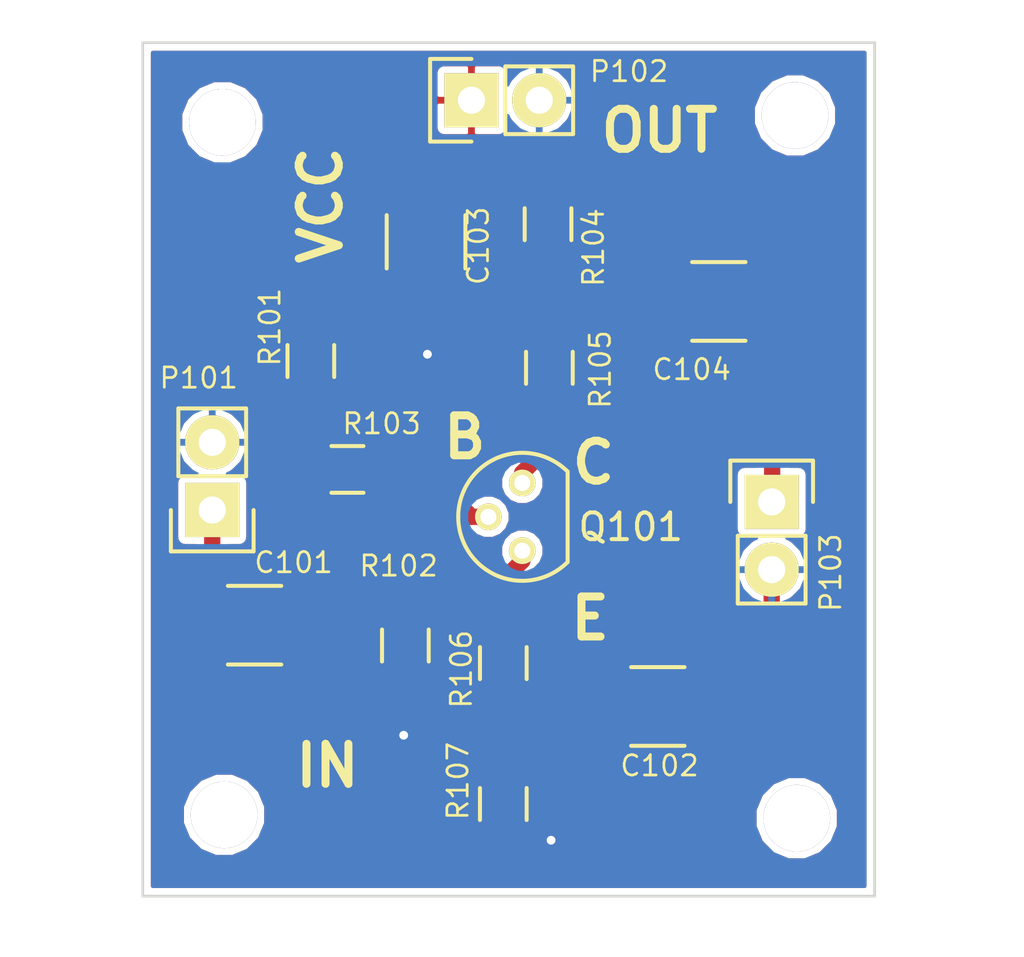
<source format=kicad_pcb>
(kicad_pcb (version 4) (host pcbnew 0.201505220134+5676~23~ubuntu14.04.1-product)

  (general
    (links 24)
    (no_connects 0)
    (area 150.401036 89.99938 189.204584 126.4415)
    (thickness 1.6)
    (drawings 11)
    (tracks 51)
    (zones 0)
    (modules 22)
    (nets 11)
  )

  (page A4)
  (layers
    (0 F.Cu signal)
    (31 B.Cu signal)
    (32 B.Adhes user)
    (33 F.Adhes user)
    (34 B.Paste user)
    (35 F.Paste user)
    (36 B.SilkS user)
    (37 F.SilkS user)
    (38 B.Mask user)
    (39 F.Mask user)
    (40 Dwgs.User user)
    (41 Cmts.User user)
    (42 Eco1.User user)
    (43 Eco2.User user)
    (44 Edge.Cuts user)
    (45 Margin user)
    (46 B.CrtYd user)
    (47 F.CrtYd user)
    (48 B.Fab user)
    (49 F.Fab user)
  )

  (setup
    (last_trace_width 0.6096)
    (user_trace_width 0.6096)
    (trace_clearance 0.254)
    (zone_clearance 0.254)
    (zone_45_only no)
    (trace_min 0.1524)
    (segment_width 0.2)
    (edge_width 0.1)
    (via_size 0.6858)
    (via_drill 0.3302)
    (via_min_size 0.6858)
    (via_min_drill 0.3302)
    (uvia_size 0.3)
    (uvia_drill 0.1)
    (uvias_allowed no)
    (uvia_min_size 0)
    (uvia_min_drill 0)
    (pcb_text_width 0.3)
    (pcb_text_size 1.5 1.5)
    (mod_edge_width 0.15)
    (mod_text_size 0.762 0.762)
    (mod_text_width 0.1016)
    (pad_size 1.5 1.5)
    (pad_drill 0.6)
    (pad_to_mask_clearance 0)
    (aux_axis_origin 0 0)
    (visible_elements FFFEFF7F)
    (pcbplotparams
      (layerselection 0x010f0_80000001)
      (usegerberextensions false)
      (excludeedgelayer true)
      (linewidth 0.100000)
      (plotframeref false)
      (viasonmask false)
      (mode 1)
      (useauxorigin false)
      (hpglpennumber 1)
      (hpglpenspeed 20)
      (hpglpendiameter 15)
      (hpglpenoverlay 2)
      (psnegative false)
      (psa4output false)
      (plotreference true)
      (plotvalue false)
      (plotinvisibletext false)
      (padsonsilk false)
      (subtractmaskfromsilk true)
      (outputformat 1)
      (mirror false)
      (drillshape 0)
      (scaleselection 1)
      (outputdirectory GERBERS/))
  )

  (net 0 "")
  (net 1 "Net-(C101-Pad1)")
  (net 2 /IN)
  (net 3 GND)
  (net 4 "Net-(C102-Pad2)")
  (net 5 /VCC)
  (net 6 /OUT)
  (net 7 "Net-(C104-Pad2)")
  (net 8 /EMITTER)
  (net 9 /COLLECTOR)
  (net 10 /BASE)

  (net_class Default "This is the default net class."
    (clearance 0.254)
    (trace_width 0.254)
    (via_dia 0.6858)
    (via_drill 0.3302)
    (uvia_dia 0.3)
    (uvia_drill 0.1)
    (add_net /BASE)
    (add_net /COLLECTOR)
    (add_net /EMITTER)
    (add_net /IN)
    (add_net /OUT)
    (add_net /VCC)
    (add_net GND)
    (add_net "Net-(C101-Pad1)")
    (add_net "Net-(C102-Pad2)")
    (add_net "Net-(C104-Pad2)")
  )

  (module Mounting_Holes:MountingHole_2-5mm (layer F.Cu) (tedit 55F130E6) (tstamp 55FC8718)
    (at 180.467 121.031)
    (descr "Mounting hole, Befestigungsbohrung, 2,5mm, No Annular, Kein Restring,")
    (tags "Mounting hole, Befestigungsbohrung, 2,5mm, No Annular, Kein Restring,")
    (fp_text reference REF** (at 0 -3.50012) (layer F.SilkS) hide
      (effects (font (size 1 1) (thickness 0.15)))
    )
    (fp_text value MountingHole_2-5mm (at 0.09906 3.59918) (layer F.Fab)
      (effects (font (size 1 1) (thickness 0.15)))
    )
    (fp_circle (center 0 0) (end 2.5 0) (layer Cmts.User) (width 0.381))
    (pad 1 thru_hole circle (at 0 0) (size 2.5 2.5) (drill 2.5) (layers))
  )

  (module Mounting_Holes:MountingHole_2-5mm (layer F.Cu) (tedit 55F130E6) (tstamp 55FC86FF)
    (at 159.004 120.904)
    (descr "Mounting hole, Befestigungsbohrung, 2,5mm, No Annular, Kein Restring,")
    (tags "Mounting hole, Befestigungsbohrung, 2,5mm, No Annular, Kein Restring,")
    (fp_text reference REF** (at 0 -3.50012) (layer F.SilkS) hide
      (effects (font (size 1 1) (thickness 0.15)))
    )
    (fp_text value MountingHole_2-5mm (at 0.09906 3.59918) (layer F.Fab)
      (effects (font (size 1 1) (thickness 0.15)))
    )
    (fp_circle (center 0 0) (end 2.5 0) (layer Cmts.User) (width 0.381))
    (pad 1 thru_hole circle (at 0 0) (size 2.5 2.5) (drill 2.5) (layers))
  )

  (module Mounting_Holes:MountingHole_2-5mm (layer F.Cu) (tedit 55F130EC) (tstamp 55FC86E2)
    (at 158.9405 94.9325)
    (descr "Mounting hole, Befestigungsbohrung, 2,5mm, No Annular, Kein Restring,")
    (tags "Mounting hole, Befestigungsbohrung, 2,5mm, No Annular, Kein Restring,")
    (fp_text reference REF** (at 0 -3.50012) (layer F.SilkS) hide
      (effects (font (size 1 1) (thickness 0.15)))
    )
    (fp_text value MountingHole_2-5mm (at 0.09906 3.59918) (layer F.Fab)
      (effects (font (size 1 1) (thickness 0.15)))
    )
    (fp_circle (center 0 0) (end 2.5 0) (layer Cmts.User) (width 0.381))
    (pad 1 thru_hole circle (at 0 0) (size 2.5 2.5) (drill 2.5) (layers))
  )

  (module Capacitors_SMD:C_1210_HandSoldering (layer F.Cu) (tedit 55F13068) (tstamp 55F12637)
    (at 160.147 113.792 180)
    (descr "Capacitor SMD 1210, hand soldering")
    (tags "capacitor 1210")
    (path /55F1249C)
    (attr smd)
    (fp_text reference C101 (at -1.4605 2.3495 360) (layer F.SilkS)
      (effects (font (size 0.762 0.762) (thickness 0.1016)))
    )
    (fp_text value C (at 0 2.7 180) (layer F.Fab)
      (effects (font (size 0.762 0.762) (thickness 0.1016)))
    )
    (fp_line (start -3.3 -1.6) (end 3.3 -1.6) (layer F.CrtYd) (width 0.05))
    (fp_line (start -3.3 1.6) (end 3.3 1.6) (layer F.CrtYd) (width 0.05))
    (fp_line (start -3.3 -1.6) (end -3.3 1.6) (layer F.CrtYd) (width 0.05))
    (fp_line (start 3.3 -1.6) (end 3.3 1.6) (layer F.CrtYd) (width 0.05))
    (fp_line (start 1 -1.475) (end -1 -1.475) (layer F.SilkS) (width 0.15))
    (fp_line (start -1 1.475) (end 1 1.475) (layer F.SilkS) (width 0.15))
    (pad 1 smd rect (at -2 0 180) (size 2 2.5) (layers F.Cu F.Paste F.Mask)
      (net 1 "Net-(C101-Pad1)"))
    (pad 2 smd rect (at 2 0 180) (size 2 2.5) (layers F.Cu F.Paste F.Mask)
      (net 2 /IN))
    (model Capacitors_SMD.3dshapes/C_1210_HandSoldering.wrl
      (at (xyz 0 0 0))
      (scale (xyz 1 1 1))
      (rotate (xyz 0 0 0))
    )
  )

  (module Capacitors_SMD:C_1210_HandSoldering (layer F.Cu) (tedit 55F12FC9) (tstamp 55F1263D)
    (at 175.26 116.84 180)
    (descr "Capacitor SMD 1210, hand soldering")
    (tags "capacitor 1210")
    (path /55F125A3)
    (attr smd)
    (fp_text reference C102 (at -0.0635 -2.2225 180) (layer F.SilkS)
      (effects (font (size 0.762 0.762) (thickness 0.1016)))
    )
    (fp_text value C (at 0 2.7 180) (layer F.Fab)
      (effects (font (size 0.762 0.762) (thickness 0.1016)))
    )
    (fp_line (start -3.3 -1.6) (end 3.3 -1.6) (layer F.CrtYd) (width 0.05))
    (fp_line (start -3.3 1.6) (end 3.3 1.6) (layer F.CrtYd) (width 0.05))
    (fp_line (start -3.3 -1.6) (end -3.3 1.6) (layer F.CrtYd) (width 0.05))
    (fp_line (start 3.3 -1.6) (end 3.3 1.6) (layer F.CrtYd) (width 0.05))
    (fp_line (start 1 -1.475) (end -1 -1.475) (layer F.SilkS) (width 0.15))
    (fp_line (start -1 1.475) (end 1 1.475) (layer F.SilkS) (width 0.15))
    (pad 1 smd rect (at -2 0 180) (size 2 2.5) (layers F.Cu F.Paste F.Mask)
      (net 3 GND))
    (pad 2 smd rect (at 2 0 180) (size 2 2.5) (layers F.Cu F.Paste F.Mask)
      (net 4 "Net-(C102-Pad2)"))
    (model Capacitors_SMD.3dshapes/C_1210_HandSoldering.wrl
      (at (xyz 0 0 0))
      (scale (xyz 1 1 1))
      (rotate (xyz 0 0 0))
    )
  )

  (module Capacitors_SMD:C_1210_HandSoldering (layer F.Cu) (tedit 55F130C5) (tstamp 55F12643)
    (at 166.5732 99.4156 90)
    (descr "Capacitor SMD 1210, hand soldering")
    (tags "capacitor 1210")
    (path /55F12557)
    (attr smd)
    (fp_text reference C103 (at -0.1524 1.9558 90) (layer F.SilkS)
      (effects (font (size 0.762 0.762) (thickness 0.1016)))
    )
    (fp_text value C (at 0 2.7 90) (layer F.Fab)
      (effects (font (size 0.762 0.762) (thickness 0.1016)))
    )
    (fp_line (start -3.3 -1.6) (end 3.3 -1.6) (layer F.CrtYd) (width 0.05))
    (fp_line (start -3.3 1.6) (end 3.3 1.6) (layer F.CrtYd) (width 0.05))
    (fp_line (start -3.3 -1.6) (end -3.3 1.6) (layer F.CrtYd) (width 0.05))
    (fp_line (start 3.3 -1.6) (end 3.3 1.6) (layer F.CrtYd) (width 0.05))
    (fp_line (start 1 -1.475) (end -1 -1.475) (layer F.SilkS) (width 0.15))
    (fp_line (start -1 1.475) (end 1 1.475) (layer F.SilkS) (width 0.15))
    (pad 1 smd rect (at -2 0 90) (size 2 2.5) (layers F.Cu F.Paste F.Mask)
      (net 3 GND))
    (pad 2 smd rect (at 2 0 90) (size 2 2.5) (layers F.Cu F.Paste F.Mask)
      (net 5 /VCC))
    (model Capacitors_SMD.3dshapes/C_1210_HandSoldering.wrl
      (at (xyz 0 0 0))
      (scale (xyz 1 1 1))
      (rotate (xyz 0 0 0))
    )
  )

  (module Capacitors_SMD:C_1210_HandSoldering (layer F.Cu) (tedit 55F12F78) (tstamp 55F12649)
    (at 177.546 101.6508 180)
    (descr "Capacitor SMD 1210, hand soldering")
    (tags "capacitor 1210")
    (path /55F124D3)
    (attr smd)
    (fp_text reference C104 (at 1.016 -2.5527 180) (layer F.SilkS)
      (effects (font (size 0.762 0.762) (thickness 0.1016)))
    )
    (fp_text value C (at 0 2.7 180) (layer F.Fab)
      (effects (font (size 0.762 0.762) (thickness 0.1016)))
    )
    (fp_line (start -3.3 -1.6) (end 3.3 -1.6) (layer F.CrtYd) (width 0.05))
    (fp_line (start -3.3 1.6) (end 3.3 1.6) (layer F.CrtYd) (width 0.05))
    (fp_line (start -3.3 -1.6) (end -3.3 1.6) (layer F.CrtYd) (width 0.05))
    (fp_line (start 3.3 -1.6) (end 3.3 1.6) (layer F.CrtYd) (width 0.05))
    (fp_line (start 1 -1.475) (end -1 -1.475) (layer F.SilkS) (width 0.15))
    (fp_line (start -1 1.475) (end 1 1.475) (layer F.SilkS) (width 0.15))
    (pad 1 smd rect (at -2 0 180) (size 2 2.5) (layers F.Cu F.Paste F.Mask)
      (net 6 /OUT))
    (pad 2 smd rect (at 2 0 180) (size 2 2.5) (layers F.Cu F.Paste F.Mask)
      (net 7 "Net-(C104-Pad2)"))
    (model Capacitors_SMD.3dshapes/C_1210_HandSoldering.wrl
      (at (xyz 0 0 0))
      (scale (xyz 1 1 1))
      (rotate (xyz 0 0 0))
    )
  )

  (module Pin_Headers:Pin_Header_Straight_1x02 (layer F.Cu) (tedit 55F13034) (tstamp 55F1264F)
    (at 158.5595 109.474 180)
    (descr "Through hole pin header")
    (tags "pin header")
    (path /55F12A2C)
    (fp_text reference P101 (at 0.508 4.953 360) (layer F.SilkS)
      (effects (font (size 0.762 0.762) (thickness 0.1016)))
    )
    (fp_text value CONN_01X02 (at 0 -3.1 180) (layer F.Fab)
      (effects (font (size 0.762 0.762) (thickness 0.1016)))
    )
    (fp_line (start 1.27 1.27) (end 1.27 3.81) (layer F.SilkS) (width 0.15))
    (fp_line (start 1.55 -1.55) (end 1.55 0) (layer F.SilkS) (width 0.15))
    (fp_line (start -1.75 -1.75) (end -1.75 4.3) (layer F.CrtYd) (width 0.05))
    (fp_line (start 1.75 -1.75) (end 1.75 4.3) (layer F.CrtYd) (width 0.05))
    (fp_line (start -1.75 -1.75) (end 1.75 -1.75) (layer F.CrtYd) (width 0.05))
    (fp_line (start -1.75 4.3) (end 1.75 4.3) (layer F.CrtYd) (width 0.05))
    (fp_line (start 1.27 1.27) (end -1.27 1.27) (layer F.SilkS) (width 0.15))
    (fp_line (start -1.55 0) (end -1.55 -1.55) (layer F.SilkS) (width 0.15))
    (fp_line (start -1.55 -1.55) (end 1.55 -1.55) (layer F.SilkS) (width 0.15))
    (fp_line (start -1.27 1.27) (end -1.27 3.81) (layer F.SilkS) (width 0.15))
    (fp_line (start -1.27 3.81) (end 1.27 3.81) (layer F.SilkS) (width 0.15))
    (pad 1 thru_hole rect (at 0 0 180) (size 2.032 2.032) (drill 1.016) (layers *.Cu *.Mask F.SilkS)
      (net 2 /IN))
    (pad 2 thru_hole oval (at 0 2.54 180) (size 2.032 2.032) (drill 1.016) (layers *.Cu *.Mask F.SilkS)
      (net 3 GND))
    (model Pin_Headers.3dshapes/Pin_Header_Straight_1x02.wrl
      (at (xyz 0 -0.05 0))
      (scale (xyz 1 1 1))
      (rotate (xyz 0 0 90))
    )
  )

  (module Pin_Headers:Pin_Header_Straight_1x02 (layer F.Cu) (tedit 55F130FF) (tstamp 55F12655)
    (at 168.275 94.107 90)
    (descr "Through hole pin header")
    (tags "pin header")
    (path /55F12BCF)
    (fp_text reference P102 (at 1.0795 5.9055 180) (layer F.SilkS)
      (effects (font (size 0.762 0.762) (thickness 0.1016)))
    )
    (fp_text value CONN_01X02 (at 0 -3.1 90) (layer F.Fab)
      (effects (font (size 0.762 0.762) (thickness 0.1016)))
    )
    (fp_line (start 1.27 1.27) (end 1.27 3.81) (layer F.SilkS) (width 0.15))
    (fp_line (start 1.55 -1.55) (end 1.55 0) (layer F.SilkS) (width 0.15))
    (fp_line (start -1.75 -1.75) (end -1.75 4.3) (layer F.CrtYd) (width 0.05))
    (fp_line (start 1.75 -1.75) (end 1.75 4.3) (layer F.CrtYd) (width 0.05))
    (fp_line (start -1.75 -1.75) (end 1.75 -1.75) (layer F.CrtYd) (width 0.05))
    (fp_line (start -1.75 4.3) (end 1.75 4.3) (layer F.CrtYd) (width 0.05))
    (fp_line (start 1.27 1.27) (end -1.27 1.27) (layer F.SilkS) (width 0.15))
    (fp_line (start -1.55 0) (end -1.55 -1.55) (layer F.SilkS) (width 0.15))
    (fp_line (start -1.55 -1.55) (end 1.55 -1.55) (layer F.SilkS) (width 0.15))
    (fp_line (start -1.27 1.27) (end -1.27 3.81) (layer F.SilkS) (width 0.15))
    (fp_line (start -1.27 3.81) (end 1.27 3.81) (layer F.SilkS) (width 0.15))
    (pad 1 thru_hole rect (at 0 0 90) (size 2.032 2.032) (drill 1.016) (layers *.Cu *.Mask F.SilkS)
      (net 5 /VCC))
    (pad 2 thru_hole oval (at 0 2.54 90) (size 2.032 2.032) (drill 1.016) (layers *.Cu *.Mask F.SilkS)
      (net 3 GND))
    (model Pin_Headers.3dshapes/Pin_Header_Straight_1x02.wrl
      (at (xyz 0 -0.05 0))
      (scale (xyz 1 1 1))
      (rotate (xyz 0 0 90))
    )
  )

  (module Pin_Headers:Pin_Header_Straight_1x02 (layer F.Cu) (tedit 55F1313A) (tstamp 55F1265B)
    (at 179.5272 109.1692)
    (descr "Through hole pin header")
    (tags "pin header")
    (path /55F12C94)
    (fp_text reference P103 (at 2.2098 2.6543 90) (layer F.SilkS)
      (effects (font (size 0.762 0.762) (thickness 0.1016)))
    )
    (fp_text value CONN_01X02 (at 0 -3.1) (layer F.Fab)
      (effects (font (size 0.762 0.762) (thickness 0.1016)))
    )
    (fp_line (start 1.27 1.27) (end 1.27 3.81) (layer F.SilkS) (width 0.15))
    (fp_line (start 1.55 -1.55) (end 1.55 0) (layer F.SilkS) (width 0.15))
    (fp_line (start -1.75 -1.75) (end -1.75 4.3) (layer F.CrtYd) (width 0.05))
    (fp_line (start 1.75 -1.75) (end 1.75 4.3) (layer F.CrtYd) (width 0.05))
    (fp_line (start -1.75 -1.75) (end 1.75 -1.75) (layer F.CrtYd) (width 0.05))
    (fp_line (start -1.75 4.3) (end 1.75 4.3) (layer F.CrtYd) (width 0.05))
    (fp_line (start 1.27 1.27) (end -1.27 1.27) (layer F.SilkS) (width 0.15))
    (fp_line (start -1.55 0) (end -1.55 -1.55) (layer F.SilkS) (width 0.15))
    (fp_line (start -1.55 -1.55) (end 1.55 -1.55) (layer F.SilkS) (width 0.15))
    (fp_line (start -1.27 1.27) (end -1.27 3.81) (layer F.SilkS) (width 0.15))
    (fp_line (start -1.27 3.81) (end 1.27 3.81) (layer F.SilkS) (width 0.15))
    (pad 1 thru_hole rect (at 0 0) (size 2.032 2.032) (drill 1.016) (layers *.Cu *.Mask F.SilkS)
      (net 6 /OUT))
    (pad 2 thru_hole oval (at 0 2.54) (size 2.032 2.032) (drill 1.016) (layers *.Cu *.Mask F.SilkS)
      (net 3 GND))
    (model Pin_Headers.3dshapes/Pin_Header_Straight_1x02.wrl
      (at (xyz 0 -0.05 0))
      (scale (xyz 1 1 1))
      (rotate (xyz 0 0 90))
    )
  )

  (module Resistors_SMD:R_0805_HandSoldering (layer F.Cu) (tedit 55F130D6) (tstamp 55F12668)
    (at 162.2552 103.886 270)
    (descr "Resistor SMD 0805, hand soldering")
    (tags "resistor 0805")
    (path /55F1235D)
    (attr smd)
    (fp_text reference R101 (at -1.27 1.5367 450) (layer F.SilkS)
      (effects (font (size 0.762 0.762) (thickness 0.1016)))
    )
    (fp_text value R (at 0 2.1 270) (layer F.Fab)
      (effects (font (size 0.762 0.762) (thickness 0.1016)))
    )
    (fp_line (start -2.4 -1) (end 2.4 -1) (layer F.CrtYd) (width 0.05))
    (fp_line (start -2.4 1) (end 2.4 1) (layer F.CrtYd) (width 0.05))
    (fp_line (start -2.4 -1) (end -2.4 1) (layer F.CrtYd) (width 0.05))
    (fp_line (start 2.4 -1) (end 2.4 1) (layer F.CrtYd) (width 0.05))
    (fp_line (start 0.6 0.875) (end -0.6 0.875) (layer F.SilkS) (width 0.15))
    (fp_line (start -0.6 -0.875) (end 0.6 -0.875) (layer F.SilkS) (width 0.15))
    (pad 1 smd rect (at -1.35 0 270) (size 1.5 1.3) (layers F.Cu F.Paste F.Mask)
      (net 5 /VCC))
    (pad 2 smd rect (at 1.35 0 270) (size 1.5 1.3) (layers F.Cu F.Paste F.Mask)
      (net 1 "Net-(C101-Pad1)"))
    (model Resistors_SMD.3dshapes/R_0805_HandSoldering.wrl
      (at (xyz 0 0 0))
      (scale (xyz 1 1 1))
      (rotate (xyz 0 0 0))
    )
  )

  (module Resistors_SMD:R_0805_HandSoldering (layer F.Cu) (tedit 55F13130) (tstamp 55F1266E)
    (at 165.7985 114.554 270)
    (descr "Resistor SMD 0805, hand soldering")
    (tags "resistor 0805")
    (path /55F12398)
    (attr smd)
    (fp_text reference R102 (at -2.9845 0.254 360) (layer F.SilkS)
      (effects (font (size 0.762 0.762) (thickness 0.1016)))
    )
    (fp_text value R (at 0 2.1 270) (layer F.Fab)
      (effects (font (size 0.762 0.762) (thickness 0.1016)))
    )
    (fp_line (start -2.4 -1) (end 2.4 -1) (layer F.CrtYd) (width 0.05))
    (fp_line (start -2.4 1) (end 2.4 1) (layer F.CrtYd) (width 0.05))
    (fp_line (start -2.4 -1) (end -2.4 1) (layer F.CrtYd) (width 0.05))
    (fp_line (start 2.4 -1) (end 2.4 1) (layer F.CrtYd) (width 0.05))
    (fp_line (start 0.6 0.875) (end -0.6 0.875) (layer F.SilkS) (width 0.15))
    (fp_line (start -0.6 -0.875) (end 0.6 -0.875) (layer F.SilkS) (width 0.15))
    (pad 1 smd rect (at -1.35 0 270) (size 1.5 1.3) (layers F.Cu F.Paste F.Mask)
      (net 1 "Net-(C101-Pad1)"))
    (pad 2 smd rect (at 1.35 0 270) (size 1.5 1.3) (layers F.Cu F.Paste F.Mask)
      (net 3 GND))
    (model Resistors_SMD.3dshapes/R_0805_HandSoldering.wrl
      (at (xyz 0 0 0))
      (scale (xyz 1 1 1))
      (rotate (xyz 0 0 0))
    )
  )

  (module Resistors_SMD:R_0805_HandSoldering (layer F.Cu) (tedit 55F13031) (tstamp 55F12674)
    (at 163.6268 107.95 180)
    (descr "Resistor SMD 0805, hand soldering")
    (tags "resistor 0805")
    (path /55F1265C)
    (attr smd)
    (fp_text reference R103 (at -1.2827 1.7145 360) (layer F.SilkS)
      (effects (font (size 0.762 0.762) (thickness 0.1016)))
    )
    (fp_text value 0 (at 0 2.1 180) (layer F.Fab)
      (effects (font (size 0.762 0.762) (thickness 0.1016)))
    )
    (fp_line (start -2.4 -1) (end 2.4 -1) (layer F.CrtYd) (width 0.05))
    (fp_line (start -2.4 1) (end 2.4 1) (layer F.CrtYd) (width 0.05))
    (fp_line (start -2.4 -1) (end -2.4 1) (layer F.CrtYd) (width 0.05))
    (fp_line (start 2.4 -1) (end 2.4 1) (layer F.CrtYd) (width 0.05))
    (fp_line (start 0.6 0.875) (end -0.6 0.875) (layer F.SilkS) (width 0.15))
    (fp_line (start -0.6 -0.875) (end 0.6 -0.875) (layer F.SilkS) (width 0.15))
    (pad 1 smd rect (at -1.35 0 180) (size 1.5 1.3) (layers F.Cu F.Paste F.Mask)
      (net 10 /BASE))
    (pad 2 smd rect (at 1.35 0 180) (size 1.5 1.3) (layers F.Cu F.Paste F.Mask)
      (net 1 "Net-(C101-Pad1)"))
    (model Resistors_SMD.3dshapes/R_0805_HandSoldering.wrl
      (at (xyz 0 0 0))
      (scale (xyz 1 1 1))
      (rotate (xyz 0 0 0))
    )
  )

  (module Resistors_SMD:R_0805_HandSoldering (layer F.Cu) (tedit 55F12FC4) (tstamp 55F1267A)
    (at 171.1452 98.7552 270)
    (descr "Resistor SMD 0805, hand soldering")
    (tags "resistor 0805")
    (path /55F123E2)
    (attr smd)
    (fp_text reference R104 (at 0.8763 -1.7018 270) (layer F.SilkS)
      (effects (font (size 0.762 0.762) (thickness 0.1016)))
    )
    (fp_text value R (at 0 2.1 270) (layer F.Fab)
      (effects (font (size 0.762 0.762) (thickness 0.1016)))
    )
    (fp_line (start -2.4 -1) (end 2.4 -1) (layer F.CrtYd) (width 0.05))
    (fp_line (start -2.4 1) (end 2.4 1) (layer F.CrtYd) (width 0.05))
    (fp_line (start -2.4 -1) (end -2.4 1) (layer F.CrtYd) (width 0.05))
    (fp_line (start 2.4 -1) (end 2.4 1) (layer F.CrtYd) (width 0.05))
    (fp_line (start 0.6 0.875) (end -0.6 0.875) (layer F.SilkS) (width 0.15))
    (fp_line (start -0.6 -0.875) (end 0.6 -0.875) (layer F.SilkS) (width 0.15))
    (pad 1 smd rect (at -1.35 0 270) (size 1.5 1.3) (layers F.Cu F.Paste F.Mask)
      (net 5 /VCC))
    (pad 2 smd rect (at 1.35 0 270) (size 1.5 1.3) (layers F.Cu F.Paste F.Mask)
      (net 7 "Net-(C104-Pad2)"))
    (model Resistors_SMD.3dshapes/R_0805_HandSoldering.wrl
      (at (xyz 0 0 0))
      (scale (xyz 1 1 1))
      (rotate (xyz 0 0 0))
    )
  )

  (module Resistors_SMD:R_0805_HandSoldering (layer F.Cu) (tedit 55F12F75) (tstamp 55F12680)
    (at 171.196 104.14 90)
    (descr "Resistor SMD 0805, hand soldering")
    (tags "resistor 0805")
    (path /55F12920)
    (attr smd)
    (fp_text reference R105 (at -0.0635 1.905 90) (layer F.SilkS)
      (effects (font (size 0.762 0.762) (thickness 0.1016)))
    )
    (fp_text value 0 (at 0 2.1 90) (layer F.Fab)
      (effects (font (size 0.762 0.762) (thickness 0.1016)))
    )
    (fp_line (start -2.4 -1) (end 2.4 -1) (layer F.CrtYd) (width 0.05))
    (fp_line (start -2.4 1) (end 2.4 1) (layer F.CrtYd) (width 0.05))
    (fp_line (start -2.4 -1) (end -2.4 1) (layer F.CrtYd) (width 0.05))
    (fp_line (start 2.4 -1) (end 2.4 1) (layer F.CrtYd) (width 0.05))
    (fp_line (start 0.6 0.875) (end -0.6 0.875) (layer F.SilkS) (width 0.15))
    (fp_line (start -0.6 -0.875) (end 0.6 -0.875) (layer F.SilkS) (width 0.15))
    (pad 1 smd rect (at -1.35 0 90) (size 1.5 1.3) (layers F.Cu F.Paste F.Mask)
      (net 9 /COLLECTOR))
    (pad 2 smd rect (at 1.35 0 90) (size 1.5 1.3) (layers F.Cu F.Paste F.Mask)
      (net 7 "Net-(C104-Pad2)"))
    (model Resistors_SMD.3dshapes/R_0805_HandSoldering.wrl
      (at (xyz 0 0 0))
      (scale (xyz 1 1 1))
      (rotate (xyz 0 0 0))
    )
  )

  (module Resistors_SMD:R_0805_HandSoldering (layer F.Cu) (tedit 55F13132) (tstamp 55F12686)
    (at 169.4688 115.2144 90)
    (descr "Resistor SMD 0805, hand soldering")
    (tags "resistor 0805")
    (path /55F128C7)
    (attr smd)
    (fp_text reference R106 (at -0.2286 -1.5748 90) (layer F.SilkS)
      (effects (font (size 0.762 0.762) (thickness 0.1016)))
    )
    (fp_text value 0 (at 0 2.1 90) (layer F.Fab)
      (effects (font (size 0.762 0.762) (thickness 0.1016)))
    )
    (fp_line (start -2.4 -1) (end 2.4 -1) (layer F.CrtYd) (width 0.05))
    (fp_line (start -2.4 1) (end 2.4 1) (layer F.CrtYd) (width 0.05))
    (fp_line (start -2.4 -1) (end -2.4 1) (layer F.CrtYd) (width 0.05))
    (fp_line (start 2.4 -1) (end 2.4 1) (layer F.CrtYd) (width 0.05))
    (fp_line (start 0.6 0.875) (end -0.6 0.875) (layer F.SilkS) (width 0.15))
    (fp_line (start -0.6 -0.875) (end 0.6 -0.875) (layer F.SilkS) (width 0.15))
    (pad 1 smd rect (at -1.35 0 90) (size 1.5 1.3) (layers F.Cu F.Paste F.Mask)
      (net 4 "Net-(C102-Pad2)"))
    (pad 2 smd rect (at 1.35 0 90) (size 1.5 1.3) (layers F.Cu F.Paste F.Mask)
      (net 8 /EMITTER))
    (model Resistors_SMD.3dshapes/R_0805_HandSoldering.wrl
      (at (xyz 0 0 0))
      (scale (xyz 1 1 1))
      (rotate (xyz 0 0 0))
    )
  )

  (module Resistors_SMD:R_0805_HandSoldering (layer F.Cu) (tedit 55F13133) (tstamp 55F1268C)
    (at 169.4688 120.4976 270)
    (descr "Resistor SMD 0805, hand soldering")
    (tags "resistor 0805")
    (path /55F12434)
    (attr smd)
    (fp_text reference R107 (at -0.8636 1.7018 270) (layer F.SilkS)
      (effects (font (size 0.762 0.762) (thickness 0.1016)))
    )
    (fp_text value R (at 0 2.1 270) (layer F.Fab)
      (effects (font (size 0.762 0.762) (thickness 0.1016)))
    )
    (fp_line (start -2.4 -1) (end 2.4 -1) (layer F.CrtYd) (width 0.05))
    (fp_line (start -2.4 1) (end 2.4 1) (layer F.CrtYd) (width 0.05))
    (fp_line (start -2.4 -1) (end -2.4 1) (layer F.CrtYd) (width 0.05))
    (fp_line (start 2.4 -1) (end 2.4 1) (layer F.CrtYd) (width 0.05))
    (fp_line (start 0.6 0.875) (end -0.6 0.875) (layer F.SilkS) (width 0.15))
    (fp_line (start -0.6 -0.875) (end 0.6 -0.875) (layer F.SilkS) (width 0.15))
    (pad 1 smd rect (at -1.35 0 270) (size 1.5 1.3) (layers F.Cu F.Paste F.Mask)
      (net 4 "Net-(C102-Pad2)"))
    (pad 2 smd rect (at 1.35 0 270) (size 1.5 1.3) (layers F.Cu F.Paste F.Mask)
      (net 3 GND))
    (model Resistors_SMD.3dshapes/R_0805_HandSoldering.wrl
      (at (xyz 0 0 0))
      (scale (xyz 1 1 1))
      (rotate (xyz 0 0 0))
    )
  )

  (module Measurement_Points:Measurement_Point_Round-SMD-Pad_Big (layer F.Cu) (tedit 55F12F87) (tstamp 55F12BD9)
    (at 163.83 121.6025)
    (descr "Mesurement Point, Round, SMD Pad, DM 3mm,")
    (tags "Mesurement Point, Round, SMD Pad, DM 3mm,")
    (path /55F1613F)
    (fp_text reference TP101 (at 0 -2.54) (layer F.SilkS) hide
      (effects (font (size 1 1) (thickness 0.15)))
    )
    (fp_text value CONN_01X01 (at 2.54 3.81) (layer F.Fab)
      (effects (font (size 1 1) (thickness 0.15)))
    )
    (pad 1 smd circle (at 0 0) (size 2.99974 2.99974) (layers F.Cu F.Paste F.Mask)
      (net 2 /IN))
  )

  (module Measurement_Points:Measurement_Point_Round-SMD-Pad_Big (layer F.Cu) (tedit 55F12F32) (tstamp 55F12BDE)
    (at 163.576 94.4245)
    (descr "Mesurement Point, Round, SMD Pad, DM 3mm,")
    (tags "Mesurement Point, Round, SMD Pad, DM 3mm,")
    (path /55F162D1)
    (fp_text reference TP102 (at -3.556 2.794) (layer F.SilkS) hide
      (effects (font (size 1 1) (thickness 0.15)))
    )
    (fp_text value CONN_01X01 (at 2.54 3.81) (layer F.Fab)
      (effects (font (size 1 1) (thickness 0.15)))
    )
    (pad 1 smd circle (at 0 0) (size 2.99974 2.99974) (layers F.Cu F.Paste F.Mask)
      (net 5 /VCC))
  )

  (module Measurement_Points:Measurement_Point_Round-SMD-Pad_Big (layer F.Cu) (tedit 55F12F44) (tstamp 55F12BE3)
    (at 176.022 97.79)
    (descr "Mesurement Point, Round, SMD Pad, DM 3mm,")
    (tags "Mesurement Point, Round, SMD Pad, DM 3mm,")
    (path /55F1666E)
    (fp_text reference TP103 (at 0 -2.54) (layer F.SilkS) hide
      (effects (font (size 1 1) (thickness 0.15)))
    )
    (fp_text value CONN_01X01 (at 2.54 3.81) (layer F.Fab)
      (effects (font (size 1 1) (thickness 0.15)))
    )
    (pad 1 smd circle (at 0 0) (size 2.99974 2.99974) (layers F.Cu F.Paste F.Mask)
      (net 6 /OUT))
  )

  (module Housings_TO-92:TO-92_Molded_Narrow (layer F.Cu) (tedit 55F12EC8) (tstamp 55F12EA1)
    (at 170.18 110.998 90)
    (descr "TO-92 leads molded, narrow, drill 0.6mm (see NXP sot054_po.pdf)")
    (tags "to-92 sc-43 sc-43a sot54 PA33 transistor")
    (path /55F17610)
    (fp_text reference Q101 (at 0.889 4.064 180) (layer F.SilkS)
      (effects (font (size 1 1) (thickness 0.15)))
    )
    (fp_text value Q_NPN_EBC (at 0 3 90) (layer F.Fab)
      (effects (font (size 1 1) (thickness 0.15)))
    )
    (fp_line (start -1.4 1.95) (end -1.4 -2.65) (layer F.CrtYd) (width 0.05))
    (fp_line (start -1.4 1.95) (end 3.9 1.95) (layer F.CrtYd) (width 0.05))
    (fp_line (start -0.43 1.7) (end 2.97 1.7) (layer F.SilkS) (width 0.15))
    (fp_arc (start 1.27 0) (end 1.27 -2.4) (angle -135) (layer F.SilkS) (width 0.15))
    (fp_arc (start 1.27 0) (end 1.27 -2.4) (angle 135) (layer F.SilkS) (width 0.15))
    (fp_line (start -1.4 -2.65) (end 3.9 -2.65) (layer F.CrtYd) (width 0.05))
    (fp_line (start 3.9 1.95) (end 3.9 -2.65) (layer F.CrtYd) (width 0.05))
    (pad 2 thru_hole circle (at 1.27 -1.27 180) (size 1.00076 1.00076) (drill 0.6) (layers *.Cu *.Mask F.SilkS)
      (net 10 /BASE))
    (pad 3 thru_hole circle (at 2.54 0 180) (size 1.00076 1.00076) (drill 0.6) (layers *.Cu *.Mask F.SilkS)
      (net 9 /COLLECTOR))
    (pad 1 thru_hole circle (at 0 0 180) (size 1.00076 1.00076) (drill 0.6) (layers *.Cu *.Mask F.SilkS)
      (net 8 /EMITTER))
    (model Housings_TO-92.3dshapes/TO-92_Molded_Narrow.wrl
      (at (xyz 0.05 0 0))
      (scale (xyz 1 1 1))
      (rotate (xyz 0 0 -90))
    )
  )

  (module Mounting_Holes:MountingHole_2-5mm (layer F.Cu) (tedit 55F130EF) (tstamp 55F130A1)
    (at 180.4035 94.6785)
    (descr "Mounting hole, Befestigungsbohrung, 2,5mm, No Annular, Kein Restring,")
    (tags "Mounting hole, Befestigungsbohrung, 2,5mm, No Annular, Kein Restring,")
    (fp_text reference REF** (at 0 -3.50012) (layer F.SilkS) hide
      (effects (font (size 1 1) (thickness 0.15)))
    )
    (fp_text value MountingHole_2-5mm (at 0.09906 3.59918) (layer F.Fab)
      (effects (font (size 1 1) (thickness 0.15)))
    )
    (fp_circle (center 0 0) (end 2.5 0) (layer Cmts.User) (width 0.381))
    (pad 1 thru_hole circle (at 0 0) (size 2.5 2.5) (drill 2.5) (layers))
  )

  (gr_text VCC (at 162.6235 98.044 90) (layer F.SilkS)
    (effects (font (size 1.5 1.5) (thickness 0.3)))
  )
  (gr_text IN (at 162.8775 119.0625) (layer F.SilkS)
    (effects (font (size 1.5 1.5) (thickness 0.3)))
  )
  (gr_text "OUT\n" (at 175.3235 95.25) (layer F.SilkS)
    (effects (font (size 1.5 1.5) (thickness 0.3)))
  )
  (gr_text E (at 172.72 113.538) (layer F.SilkS)
    (effects (font (size 1.5 1.5) (thickness 0.3)))
  )
  (gr_text B (at 168.021 106.7435) (layer F.SilkS)
    (effects (font (size 1.5 1.5) (thickness 0.3)))
  )
  (gr_text C (at 172.847 107.696) (layer F.SilkS)
    (effects (font (size 1.5 1.5) (thickness 0.3)))
  )
  (gr_line (start 183.388 123.952) (end 155.956 123.952) (angle 90) (layer Edge.Cuts) (width 0.1))
  (gr_line (start 183.388 91.948) (end 183.388 123.952) (angle 90) (layer Edge.Cuts) (width 0.1))
  (gr_line (start 155.956 91.948) (end 183.388 91.948) (angle 90) (layer Edge.Cuts) (width 0.1))
  (gr_line (start 155.956 91.948) (end 155.956 123.952) (angle 90) (layer Edge.Cuts) (width 0.1))
  (gr_line (start 183.388 123.952) (end 183.388 91.948) (angle 90) (layer Edge.Cuts) (width 0.1))

  (segment (start 165.7985 113.204) (end 162.735 113.204) (width 0.6096) (layer F.Cu) (net 1))
  (segment (start 162.735 113.204) (end 162.147 113.792) (width 0.6096) (layer F.Cu) (net 1) (tstamp 55F13077))
  (segment (start 162.147 113.792) (end 162.147 108.0798) (width 0.6096) (layer F.Cu) (net 1))
  (segment (start 162.147 108.0798) (end 162.2768 107.95) (width 0.6096) (layer F.Cu) (net 1) (tstamp 55F13074))
  (segment (start 162.2552 105.236) (end 162.2552 107.9284) (width 0.6096) (layer F.Cu) (net 1))
  (segment (start 162.2552 107.9284) (end 162.2768 107.95) (width 0.254) (layer F.Cu) (net 1) (tstamp 55F12916))
  (segment (start 162.3568 108.03) (end 162.2768 107.95) (width 0.254) (layer F.Cu) (net 1) (tstamp 55F12913))
  (segment (start 163.83 121.6025) (end 163.83 119.507) (width 0.6096) (layer F.Cu) (net 2))
  (segment (start 158.147 115.6655) (end 158.147 113.792) (width 0.6096) (layer F.Cu) (net 2) (tstamp 55F1312C))
  (segment (start 159.258 116.7765) (end 158.147 115.6655) (width 0.6096) (layer F.Cu) (net 2) (tstamp 55F1312B))
  (segment (start 161.0995 116.7765) (end 159.258 116.7765) (width 0.6096) (layer F.Cu) (net 2) (tstamp 55F13129))
  (segment (start 163.83 119.507) (end 161.0995 116.7765) (width 0.6096) (layer F.Cu) (net 2) (tstamp 55F13128))
  (segment (start 158.5595 109.474) (end 158.5595 113.3795) (width 0.6096) (layer F.Cu) (net 2))
  (segment (start 158.5595 113.3795) (end 158.147 113.792) (width 0.6096) (layer F.Cu) (net 2) (tstamp 55F1307A))
  (segment (start 165.7985 115.904) (end 165.7985 117.856) (width 0.6096) (layer F.Cu) (net 3))
  (via (at 165.735 117.9195) (size 0.6858) (layers F.Cu B.Cu) (net 3))
  (segment (start 165.7985 117.856) (end 165.735 117.9195) (width 0.6096) (layer F.Cu) (net 3) (tstamp 55F1305B))
  (segment (start 169.4688 121.8476) (end 171.2506 121.8476) (width 0.6096) (layer F.Cu) (net 3))
  (via (at 171.2595 121.8565) (size 0.6858) (layers F.Cu B.Cu) (net 3))
  (segment (start 171.2506 121.8476) (end 171.2595 121.8565) (width 0.6096) (layer F.Cu) (net 3) (tstamp 55F12FCF))
  (segment (start 177.26 116.84) (end 178.308 116.84) (width 0.254) (layer F.Cu) (net 3))
  (segment (start 179.5272 115.6208) (end 179.5272 111.7092) (width 0.6096) (layer F.Cu) (net 3) (tstamp 55F1292D))
  (segment (start 178.308 116.84) (end 179.5272 115.6208) (width 0.6096) (layer F.Cu) (net 3) (tstamp 55F1292B))
  (segment (start 166.5732 101.4156) (end 166.5732 103.5812) (width 0.6096) (layer F.Cu) (net 3))
  (via (at 166.624 103.632) (size 0.6858) (layers F.Cu B.Cu) (net 3))
  (segment (start 166.5732 103.5812) (end 166.624 103.632) (width 0.254) (layer F.Cu) (net 3) (tstamp 55F128FC))
  (segment (start 173.26 116.84) (end 171.196 116.84) (width 0.6096) (layer F.Cu) (net 4))
  (segment (start 170.9204 116.5644) (end 169.4688 116.5644) (width 0.6096) (layer F.Cu) (net 4) (tstamp 55F1294E))
  (segment (start 171.196 116.84) (end 170.9204 116.5644) (width 0.6096) (layer F.Cu) (net 4) (tstamp 55F1294D))
  (segment (start 169.4688 116.5644) (end 169.4688 119.1476) (width 0.254) (layer F.Cu) (net 4))
  (segment (start 176.022 97.79) (end 178.2445 97.79) (width 0.6096) (layer F.Cu) (net 6))
  (segment (start 179.546 99.0915) (end 179.546 101.6508) (width 0.6096) (layer F.Cu) (net 6) (tstamp 55F13117))
  (segment (start 178.2445 97.79) (end 179.546 99.0915) (width 0.6096) (layer F.Cu) (net 6) (tstamp 55F13116))
  (segment (start 179.546 101.6508) (end 179.546 109.1504) (width 0.6096) (layer F.Cu) (net 6))
  (segment (start 179.546 109.1504) (end 179.5272 109.1692) (width 0.254) (layer F.Cu) (net 6) (tstamp 55F12931))
  (segment (start 175.546 101.6508) (end 171.1452 101.6508) (width 0.6096) (layer F.Cu) (net 7))
  (segment (start 171.196 101.6) (end 171.1452 101.6) (width 0.254) (layer F.Cu) (net 7) (tstamp 55F12939))
  (segment (start 171.1452 101.6508) (end 171.196 101.6) (width 0.6096) (layer F.Cu) (net 7) (tstamp 55F12937))
  (segment (start 171.1452 100.1052) (end 171.1452 101.6) (width 0.6096) (layer F.Cu) (net 7))
  (segment (start 171.1452 101.6) (end 171.1452 102.7392) (width 0.6096) (layer F.Cu) (net 7) (tstamp 55F1293A))
  (segment (start 171.1452 102.7392) (end 171.196 102.79) (width 0.254) (layer F.Cu) (net 7) (tstamp 55F12934))
  (segment (start 170.18 110.998) (end 170.18 111.379) (width 0.6096) (layer F.Cu) (net 8))
  (segment (start 170.18 111.379) (end 169.4688 112.0902) (width 0.6096) (layer F.Cu) (net 8) (tstamp 55F12EB8))
  (segment (start 169.4688 112.0902) (end 169.4688 113.8644) (width 0.6096) (layer F.Cu) (net 8) (tstamp 55F12EB9))
  (segment (start 169.3672 113.7628) (end 169.4688 113.8644) (width 0.254) (layer F.Cu) (net 8) (tstamp 55F12920))
  (segment (start 170.18 108.458) (end 170.18 108.077) (width 0.6096) (layer F.Cu) (net 9))
  (segment (start 170.18 108.077) (end 171.196 107.061) (width 0.6096) (layer F.Cu) (net 9) (tstamp 55F12EB0))
  (segment (start 171.196 107.061) (end 171.196 105.49) (width 0.6096) (layer F.Cu) (net 9) (tstamp 55F12EB1))
  (segment (start 168.91 109.728) (end 168.275 109.728) (width 0.6096) (layer F.Cu) (net 10))
  (segment (start 166.497 107.95) (end 164.9768 107.95) (width 0.6096) (layer F.Cu) (net 10) (tstamp 55F12EB5))
  (segment (start 168.275 109.728) (end 166.497 107.95) (width 0.6096) (layer F.Cu) (net 10) (tstamp 55F12EB4))

  (zone (net 3) (net_name GND) (layer B.Cu) (tstamp 55F128F8) (hatch edge 0.508)
    (connect_pads (clearance 0.254))
    (min_thickness 0.1524)
    (fill yes (arc_segments 16) (thermal_gap 0.254) (thermal_bridge_width 0.254))
    (polygon
      (pts
        (xy 183.388 123.952) (xy 155.956 123.952) (xy 155.956 91.948) (xy 183.388 91.948)
      )
    )
    (filled_polygon
      (pts
        (xy 183.0078 123.5718) (xy 182.047474 123.5718) (xy 182.047474 120.718058) (xy 181.983974 120.564376) (xy 181.983974 94.365558)
        (xy 181.74391 93.784558) (xy 181.29978 93.339653) (xy 180.7192 93.098575) (xy 180.090558 93.098026) (xy 179.509558 93.33809)
        (xy 179.064653 93.78222) (xy 178.823575 94.3628) (xy 178.823026 94.991442) (xy 179.06309 95.572442) (xy 179.50722 96.017347)
        (xy 180.0878 96.258425) (xy 180.716442 96.258974) (xy 181.297442 96.01891) (xy 181.742347 95.57478) (xy 181.983425 94.9942)
        (xy 181.983974 94.365558) (xy 181.983974 120.564376) (xy 181.80741 120.137058) (xy 181.36328 119.692153) (xy 180.879869 119.491423)
        (xy 180.879869 110.1852) (xy 180.879869 108.1532) (xy 180.855441 108.027296) (xy 180.78275 107.916638) (xy 180.673013 107.842564)
        (xy 180.5432 107.816531) (xy 178.5112 107.816531) (xy 178.385296 107.840959) (xy 178.274638 107.91365) (xy 178.200564 108.023387)
        (xy 178.174531 108.1532) (xy 178.174531 110.1852) (xy 178.198959 110.311104) (xy 178.27165 110.421762) (xy 178.381387 110.495836)
        (xy 178.5112 110.521869) (xy 178.94312 110.521869) (xy 178.780998 110.588733) (xy 178.409015 110.959583) (xy 178.207266 111.444555)
        (xy 178.206468 111.448583) (xy 178.264572 111.6584) (xy 179.4764 111.6584) (xy 179.4764 111.6384) (xy 179.578 111.6384)
        (xy 179.578 111.6584) (xy 180.789828 111.6584) (xy 180.847932 111.448583) (xy 180.847134 111.444555) (xy 180.645385 110.959583)
        (xy 180.273402 110.588733) (xy 180.111279 110.521869) (xy 180.5432 110.521869) (xy 180.669104 110.497441) (xy 180.779762 110.42475)
        (xy 180.853836 110.315013) (xy 180.879869 110.1852) (xy 180.879869 119.491423) (xy 180.847932 119.478161) (xy 180.847932 111.969817)
        (xy 180.789828 111.76) (xy 179.578 111.76) (xy 179.578 112.971895) (xy 179.787817 113.029936) (xy 180.273402 112.829667)
        (xy 180.645385 112.458817) (xy 180.847134 111.973845) (xy 180.847932 111.969817) (xy 180.847932 119.478161) (xy 180.7827 119.451075)
        (xy 180.154058 119.450526) (xy 179.573058 119.69059) (xy 179.4764 119.787079) (xy 179.4764 112.971895) (xy 179.4764 111.76)
        (xy 178.264572 111.76) (xy 178.206468 111.969817) (xy 178.207266 111.973845) (xy 178.409015 112.458817) (xy 178.780998 112.829667)
        (xy 179.266583 113.029936) (xy 179.4764 112.971895) (xy 179.4764 119.787079) (xy 179.128153 120.13472) (xy 178.887075 120.7153)
        (xy 178.886526 121.343942) (xy 179.12659 121.924942) (xy 179.57072 122.369847) (xy 180.1513 122.610925) (xy 180.779942 122.611474)
        (xy 181.360942 122.37141) (xy 181.805847 121.92728) (xy 182.046925 121.3467) (xy 182.047474 120.718058) (xy 182.047474 123.5718)
        (xy 172.135736 123.5718) (xy 172.135736 94.367617) (xy 172.135736 93.846383) (xy 171.935467 93.360798) (xy 171.564617 92.988815)
        (xy 171.079645 92.787066) (xy 171.075617 92.786268) (xy 170.8658 92.844372) (xy 170.8658 94.0562) (xy 172.077695 94.0562)
        (xy 172.135736 93.846383) (xy 172.135736 94.367617) (xy 172.077695 94.1578) (xy 170.8658 94.1578) (xy 170.8658 95.369628)
        (xy 171.075617 95.427732) (xy 171.079645 95.426934) (xy 171.564617 95.225185) (xy 171.935467 94.853202) (xy 172.135736 94.367617)
        (xy 172.135736 123.5718) (xy 171.010724 123.5718) (xy 171.010724 110.833512) (xy 171.010724 108.293512) (xy 170.884542 107.988129)
        (xy 170.7642 107.867576) (xy 170.7642 95.369628) (xy 170.7642 94.1578) (xy 170.7442 94.1578) (xy 170.7442 94.0562)
        (xy 170.7642 94.0562) (xy 170.7642 92.844372) (xy 170.554383 92.786268) (xy 170.550355 92.787066) (xy 170.065383 92.988815)
        (xy 169.694533 93.360798) (xy 169.627669 93.52292) (xy 169.627669 93.091) (xy 169.603241 92.965096) (xy 169.53055 92.854438)
        (xy 169.420813 92.780364) (xy 169.291 92.754331) (xy 167.259 92.754331) (xy 167.133096 92.778759) (xy 167.022438 92.85145)
        (xy 166.948364 92.961187) (xy 166.922331 93.091) (xy 166.922331 95.123) (xy 166.946759 95.248904) (xy 167.01945 95.359562)
        (xy 167.129187 95.433636) (xy 167.259 95.459669) (xy 169.291 95.459669) (xy 169.416904 95.435241) (xy 169.527562 95.36255)
        (xy 169.601636 95.252813) (xy 169.627669 95.123) (xy 169.627669 94.691079) (xy 169.694533 94.853202) (xy 170.065383 95.225185)
        (xy 170.550355 95.426934) (xy 170.554383 95.427732) (xy 170.7642 95.369628) (xy 170.7642 107.867576) (xy 170.6511 107.754279)
        (xy 170.345937 107.627565) (xy 170.015512 107.627276) (xy 169.710129 107.753458) (xy 169.476279 107.9869) (xy 169.349565 108.292063)
        (xy 169.349276 108.622488) (xy 169.475458 108.927871) (xy 169.7089 109.161721) (xy 170.014063 109.288435) (xy 170.344488 109.288724)
        (xy 170.649871 109.162542) (xy 170.883721 108.9291) (xy 171.010435 108.623937) (xy 171.010724 108.293512) (xy 171.010724 110.833512)
        (xy 170.884542 110.528129) (xy 170.6511 110.294279) (xy 170.345937 110.167565) (xy 170.015512 110.167276) (xy 169.740724 110.280816)
        (xy 169.740724 109.563512) (xy 169.614542 109.258129) (xy 169.3811 109.024279) (xy 169.075937 108.897565) (xy 168.745512 108.897276)
        (xy 168.440129 109.023458) (xy 168.206279 109.2569) (xy 168.079565 109.562063) (xy 168.079276 109.892488) (xy 168.205458 110.197871)
        (xy 168.4389 110.431721) (xy 168.744063 110.558435) (xy 169.074488 110.558724) (xy 169.379871 110.432542) (xy 169.613721 110.1991)
        (xy 169.740435 109.893937) (xy 169.740724 109.563512) (xy 169.740724 110.280816) (xy 169.710129 110.293458) (xy 169.476279 110.5269)
        (xy 169.349565 110.832063) (xy 169.349276 111.162488) (xy 169.475458 111.467871) (xy 169.7089 111.701721) (xy 170.014063 111.828435)
        (xy 170.344488 111.828724) (xy 170.649871 111.702542) (xy 170.883721 111.4691) (xy 171.010435 111.163937) (xy 171.010724 110.833512)
        (xy 171.010724 123.5718) (xy 160.584474 123.5718) (xy 160.584474 120.591058) (xy 160.520974 120.437376) (xy 160.520974 94.619558)
        (xy 160.28091 94.038558) (xy 159.83678 93.593653) (xy 159.2562 93.352575) (xy 158.627558 93.352026) (xy 158.046558 93.59209)
        (xy 157.601653 94.03622) (xy 157.360575 94.6168) (xy 157.360026 95.245442) (xy 157.60009 95.826442) (xy 158.04422 96.271347)
        (xy 158.6248 96.512425) (xy 159.253442 96.512974) (xy 159.834442 96.27291) (xy 160.279347 95.82878) (xy 160.520425 95.2482)
        (xy 160.520974 94.619558) (xy 160.520974 120.437376) (xy 160.34441 120.010058) (xy 159.912169 119.577062) (xy 159.912169 110.49)
        (xy 159.912169 108.458) (xy 159.887741 108.332096) (xy 159.81505 108.221438) (xy 159.705313 108.147364) (xy 159.5755 108.121331)
        (xy 159.143579 108.121331) (xy 159.305702 108.054467) (xy 159.677685 107.683617) (xy 159.879434 107.198645) (xy 159.880232 107.194617)
        (xy 159.880232 106.673383) (xy 159.879434 106.669355) (xy 159.677685 106.184383) (xy 159.305702 105.813533) (xy 158.820117 105.613264)
        (xy 158.6103 105.671305) (xy 158.6103 106.8832) (xy 159.822128 106.8832) (xy 159.880232 106.673383) (xy 159.880232 107.194617)
        (xy 159.822128 106.9848) (xy 158.6103 106.9848) (xy 158.6103 107.0048) (xy 158.5087 107.0048) (xy 158.5087 106.9848)
        (xy 158.5087 106.8832) (xy 158.5087 105.671305) (xy 158.298883 105.613264) (xy 157.813298 105.813533) (xy 157.441315 106.184383)
        (xy 157.239566 106.669355) (xy 157.238768 106.673383) (xy 157.296872 106.8832) (xy 158.5087 106.8832) (xy 158.5087 106.9848)
        (xy 157.296872 106.9848) (xy 157.238768 107.194617) (xy 157.239566 107.198645) (xy 157.441315 107.683617) (xy 157.813298 108.054467)
        (xy 157.97542 108.121331) (xy 157.5435 108.121331) (xy 157.417596 108.145759) (xy 157.306938 108.21845) (xy 157.232864 108.328187)
        (xy 157.206831 108.458) (xy 157.206831 110.49) (xy 157.231259 110.615904) (xy 157.30395 110.726562) (xy 157.413687 110.800636)
        (xy 157.5435 110.826669) (xy 159.5755 110.826669) (xy 159.701404 110.802241) (xy 159.812062 110.72955) (xy 159.886136 110.619813)
        (xy 159.912169 110.49) (xy 159.912169 119.577062) (xy 159.90028 119.565153) (xy 159.3197 119.324075) (xy 158.691058 119.323526)
        (xy 158.110058 119.56359) (xy 157.665153 120.00772) (xy 157.424075 120.5883) (xy 157.423526 121.216942) (xy 157.66359 121.797942)
        (xy 158.10772 122.242847) (xy 158.6883 122.483925) (xy 159.316942 122.484474) (xy 159.897942 122.24441) (xy 160.342847 121.80028)
        (xy 160.583925 121.2197) (xy 160.584474 120.591058) (xy 160.584474 123.5718) (xy 156.3362 123.5718) (xy 156.3362 92.3282)
        (xy 183.0078 92.3282) (xy 183.0078 123.5718)
      )
    )
  )
  (zone (net 5) (net_name /VCC) (layer F.Cu) (tstamp 55F128FA) (hatch edge 0.508)
    (connect_pads (clearance 0.254))
    (min_thickness 0.1524)
    (fill yes (arc_segments 16) (thermal_gap 0.254) (thermal_bridge_width 0.254))
    (polygon
      (pts
        (xy 183.388 123.952) (xy 155.956 123.952) (xy 155.956 91.948) (xy 183.388 91.948)
      )
    )
    (filled_polygon
      (pts
        (xy 183.0078 123.5718) (xy 182.047474 123.5718) (xy 182.047474 120.718058) (xy 181.983974 120.564376) (xy 181.983974 94.365558)
        (xy 181.74391 93.784558) (xy 181.29978 93.339653) (xy 180.7192 93.098575) (xy 180.090558 93.098026) (xy 179.509558 93.33809)
        (xy 179.064653 93.78222) (xy 178.823575 94.3628) (xy 178.823026 94.991442) (xy 179.06309 95.572442) (xy 179.50722 96.017347)
        (xy 180.0878 96.258425) (xy 180.716442 96.258974) (xy 181.297442 96.01891) (xy 181.742347 95.57478) (xy 181.983425 94.9942)
        (xy 181.983974 94.365558) (xy 181.983974 120.564376) (xy 181.80741 120.137058) (xy 181.36328 119.692153) (xy 180.899774 119.499688)
        (xy 180.899774 111.7092) (xy 180.797301 111.194032) (xy 180.505481 110.757293) (xy 180.153144 110.521869) (xy 180.5432 110.521869)
        (xy 180.669104 110.497441) (xy 180.779762 110.42475) (xy 180.853836 110.315013) (xy 180.879869 110.1852) (xy 180.879869 108.1532)
        (xy 180.855441 108.027296) (xy 180.78275 107.916638) (xy 180.673013 107.842564) (xy 180.5432 107.816531) (xy 180.181 107.816531)
        (xy 180.181 103.237469) (xy 180.546 103.237469) (xy 180.671904 103.213041) (xy 180.782562 103.14035) (xy 180.856636 103.030613)
        (xy 180.882669 102.9008) (xy 180.882669 100.4008) (xy 180.858241 100.274896) (xy 180.78555 100.164238) (xy 180.675813 100.090164)
        (xy 180.546 100.064131) (xy 180.181 100.064131) (xy 180.181 99.0915) (xy 180.132664 98.848496) (xy 179.995013 98.642487)
        (xy 178.693513 97.340987) (xy 178.487504 97.203336) (xy 178.2445 97.155) (xy 177.739761 97.155) (xy 177.574362 96.754703)
        (xy 177.060005 96.239447) (xy 176.38762 95.960249) (xy 175.659574 95.959613) (xy 174.986703 96.237638) (xy 174.471447 96.751995)
        (xy 174.192249 97.42438) (xy 174.191613 98.152426) (xy 174.469638 98.825297) (xy 174.983995 99.340553) (xy 175.65638 99.619751)
        (xy 176.384426 99.620387) (xy 177.057297 99.342362) (xy 177.572553 98.828005) (xy 177.739894 98.425) (xy 177.981473 98.425)
        (xy 178.911 99.354526) (xy 178.911 100.064131) (xy 178.546 100.064131) (xy 178.420096 100.088559) (xy 178.309438 100.16125)
        (xy 178.235364 100.270987) (xy 178.209331 100.4008) (xy 178.209331 102.9008) (xy 178.233759 103.026704) (xy 178.30645 103.137362)
        (xy 178.416187 103.211436) (xy 178.546 103.237469) (xy 178.911 103.237469) (xy 178.911 107.816531) (xy 178.5112 107.816531)
        (xy 178.385296 107.840959) (xy 178.274638 107.91365) (xy 178.200564 108.023387) (xy 178.174531 108.1532) (xy 178.174531 110.1852)
        (xy 178.198959 110.311104) (xy 178.27165 110.421762) (xy 178.381387 110.495836) (xy 178.5112 110.521869) (xy 178.901255 110.521869)
        (xy 178.548919 110.757293) (xy 178.257099 111.194032) (xy 178.154626 111.7092) (xy 178.257099 112.224368) (xy 178.548919 112.661107)
        (xy 178.8922 112.89048) (xy 178.8922 115.357774) (xy 178.596669 115.653305) (xy 178.596669 115.59) (xy 178.572241 115.464096)
        (xy 178.49955 115.353438) (xy 178.389813 115.279364) (xy 178.26 115.253331) (xy 176.882669 115.253331) (xy 176.882669 102.9008)
        (xy 176.882669 100.4008) (xy 176.858241 100.274896) (xy 176.78555 100.164238) (xy 176.675813 100.090164) (xy 176.546 100.064131)
        (xy 174.546 100.064131) (xy 174.420096 100.088559) (xy 174.309438 100.16125) (xy 174.235364 100.270987) (xy 174.209331 100.4008)
        (xy 174.209331 101.0158) (xy 172.1612 101.0158) (xy 172.1612 94.133374) (xy 172.1612 94.080626) (xy 172.058727 93.565458)
        (xy 171.766907 93.128719) (xy 171.330168 92.836899) (xy 170.815 92.734426) (xy 170.299832 92.836899) (xy 169.863093 93.128719)
        (xy 169.6212 93.490737) (xy 169.6212 93.025319) (xy 169.57093 92.903957) (xy 169.478043 92.81107) (xy 169.356681 92.7608)
        (xy 169.225319 92.7608) (xy 168.40835 92.7608) (xy 168.3258 92.84335) (xy 168.3258 94.0562) (xy 168.3458 94.0562)
        (xy 168.3458 94.1578) (xy 168.3258 94.1578) (xy 168.3258 95.37065) (xy 168.40835 95.4532) (xy 169.225319 95.4532)
        (xy 169.356681 95.4532) (xy 169.478043 95.40293) (xy 169.57093 95.310043) (xy 169.6212 95.188681) (xy 169.6212 94.723262)
        (xy 169.863093 95.085281) (xy 170.299832 95.377101) (xy 170.815 95.479574) (xy 171.330168 95.377101) (xy 171.766907 95.085281)
        (xy 172.058727 94.648542) (xy 172.1612 94.133374) (xy 172.1612 101.0158) (xy 172.085054 101.0158) (xy 172.105836 100.985013)
        (xy 172.131869 100.8552) (xy 172.131869 99.3552) (xy 172.1254 99.321858) (xy 172.1254 98.220881) (xy 172.1254 97.53855)
        (xy 172.1254 97.27185) (xy 172.1254 96.589519) (xy 172.07513 96.468157) (xy 171.982243 96.37527) (xy 171.860881 96.325)
        (xy 171.729519 96.325) (xy 171.27855 96.325) (xy 171.196 96.40755) (xy 171.196 97.3544) (xy 172.04285 97.3544)
        (xy 172.1254 97.27185) (xy 172.1254 97.53855) (xy 172.04285 97.456) (xy 171.196 97.456) (xy 171.196 98.40285)
        (xy 171.27855 98.4854) (xy 171.729519 98.4854) (xy 171.860881 98.4854) (xy 171.982243 98.43513) (xy 172.07513 98.342243)
        (xy 172.1254 98.220881) (xy 172.1254 99.321858) (xy 172.107441 99.229296) (xy 172.03475 99.118638) (xy 171.925013 99.044564)
        (xy 171.7952 99.018531) (xy 171.0944 99.018531) (xy 171.0944 98.40285) (xy 171.0944 97.456) (xy 171.0944 97.3544)
        (xy 171.0944 96.40755) (xy 171.01185 96.325) (xy 170.560881 96.325) (xy 170.429519 96.325) (xy 170.308157 96.37527)
        (xy 170.21527 96.468157) (xy 170.165 96.589519) (xy 170.165 97.27185) (xy 170.24755 97.3544) (xy 171.0944 97.3544)
        (xy 171.0944 97.456) (xy 170.24755 97.456) (xy 170.165 97.53855) (xy 170.165 98.220881) (xy 170.21527 98.342243)
        (xy 170.308157 98.43513) (xy 170.429519 98.4854) (xy 170.560881 98.4854) (xy 171.01185 98.4854) (xy 171.0944 98.40285)
        (xy 171.0944 99.018531) (xy 170.4952 99.018531) (xy 170.369296 99.042959) (xy 170.258638 99.11565) (xy 170.184564 99.225387)
        (xy 170.158531 99.3552) (xy 170.158531 100.8552) (xy 170.182959 100.981104) (xy 170.25565 101.091762) (xy 170.365387 101.165836)
        (xy 170.4952 101.191869) (xy 170.5102 101.191869) (xy 170.5102 101.6) (xy 170.5102 101.6508) (xy 170.5102 101.710276)
        (xy 170.420096 101.727759) (xy 170.309438 101.80045) (xy 170.235364 101.910187) (xy 170.209331 102.04) (xy 170.209331 103.54)
        (xy 170.233759 103.665904) (xy 170.30645 103.776562) (xy 170.416187 103.850636) (xy 170.546 103.876669) (xy 171.846 103.876669)
        (xy 171.971904 103.852241) (xy 172.082562 103.77955) (xy 172.156636 103.669813) (xy 172.182669 103.54) (xy 172.182669 102.2858)
        (xy 174.209331 102.2858) (xy 174.209331 102.9008) (xy 174.233759 103.026704) (xy 174.30645 103.137362) (xy 174.416187 103.211436)
        (xy 174.546 103.237469) (xy 176.546 103.237469) (xy 176.671904 103.213041) (xy 176.782562 103.14035) (xy 176.856636 103.030613)
        (xy 176.882669 102.9008) (xy 176.882669 115.253331) (xy 176.26 115.253331) (xy 176.134096 115.277759) (xy 176.023438 115.35045)
        (xy 175.949364 115.460187) (xy 175.923331 115.59) (xy 175.923331 118.09) (xy 175.947759 118.215904) (xy 176.02045 118.326562)
        (xy 176.130187 118.400636) (xy 176.26 118.426669) (xy 178.26 118.426669) (xy 178.385904 118.402241) (xy 178.496562 118.32955)
        (xy 178.570636 118.219813) (xy 178.596669 118.09) (xy 178.596669 117.396151) (xy 178.757013 117.289013) (xy 179.976213 116.069813)
        (xy 180.113864 115.863804) (xy 180.1622 115.6208) (xy 180.1622 112.89048) (xy 180.505481 112.661107) (xy 180.797301 112.224368)
        (xy 180.899774 111.7092) (xy 180.899774 119.499688) (xy 180.7827 119.451075) (xy 180.154058 119.450526) (xy 179.573058 119.69059)
        (xy 179.128153 120.13472) (xy 178.887075 120.7153) (xy 178.886526 121.343942) (xy 179.12659 121.924942) (xy 179.57072 122.369847)
        (xy 180.1513 122.610925) (xy 180.779942 122.611474) (xy 181.360942 122.37141) (xy 181.805847 121.92728) (xy 182.046925 121.3467)
        (xy 182.047474 120.718058) (xy 182.047474 123.5718) (xy 174.596669 123.5718) (xy 174.596669 118.09) (xy 174.596669 115.59)
        (xy 174.572241 115.464096) (xy 174.49955 115.353438) (xy 174.389813 115.279364) (xy 174.26 115.253331) (xy 172.26 115.253331)
        (xy 172.182669 115.268334) (xy 172.182669 106.24) (xy 172.182669 104.74) (xy 172.158241 104.614096) (xy 172.08555 104.503438)
        (xy 171.975813 104.429364) (xy 171.846 104.403331) (xy 170.546 104.403331) (xy 170.420096 104.427759) (xy 170.309438 104.50045)
        (xy 170.235364 104.610187) (xy 170.209331 104.74) (xy 170.209331 106.24) (xy 170.233759 106.365904) (xy 170.30645 106.476562)
        (xy 170.416187 106.550636) (xy 170.546 106.576669) (xy 170.561 106.576669) (xy 170.561 106.797974) (xy 169.730987 107.627987)
        (xy 169.593336 107.833996) (xy 169.584388 107.878979) (xy 169.476279 107.9869) (xy 169.349565 108.292063) (xy 169.349276 108.622488)
        (xy 169.475458 108.927871) (xy 169.7089 109.161721) (xy 170.014063 109.288435) (xy 170.344488 109.288724) (xy 170.649871 109.162542)
        (xy 170.883721 108.9291) (xy 171.010435 108.623937) (xy 171.010724 108.293512) (xy 170.967097 108.187928) (xy 171.645013 107.510013)
        (xy 171.782664 107.304004) (xy 171.831 107.061) (xy 171.831 106.576669) (xy 171.846 106.576669) (xy 171.971904 106.552241)
        (xy 172.082562 106.47955) (xy 172.156636 106.369813) (xy 172.182669 106.24) (xy 172.182669 115.268334) (xy 172.134096 115.277759)
        (xy 172.023438 115.35045) (xy 171.949364 115.460187) (xy 171.923331 115.59) (xy 171.923331 116.205) (xy 171.459026 116.205)
        (xy 171.369413 116.115387) (xy 171.163404 115.977736) (xy 171.010724 115.947366) (xy 171.010724 110.833512) (xy 170.884542 110.528129)
        (xy 170.6511 110.294279) (xy 170.345937 110.167565) (xy 170.015512 110.167276) (xy 169.740724 110.280816) (xy 169.740724 109.563512)
        (xy 169.614542 109.258129) (xy 169.3811 109.024279) (xy 169.075937 108.897565) (xy 168.745512 108.897276) (xy 168.460193 109.015167)
        (xy 168.2242 108.779174) (xy 168.2242 95.37065) (xy 168.2242 94.1578) (xy 168.2242 94.0562) (xy 168.2242 92.84335)
        (xy 168.14165 92.7608) (xy 167.324681 92.7608) (xy 167.193319 92.7608) (xy 167.071957 92.81107) (xy 166.97907 92.903957)
        (xy 166.9288 93.025319) (xy 166.9288 93.97365) (xy 167.01135 94.0562) (xy 168.2242 94.0562) (xy 168.2242 94.1578)
        (xy 167.01135 94.1578) (xy 166.9288 94.24035) (xy 166.9288 95.188681) (xy 166.97907 95.310043) (xy 167.071957 95.40293)
        (xy 167.193319 95.4532) (xy 167.324681 95.4532) (xy 168.14165 95.4532) (xy 168.2242 95.37065) (xy 168.2242 108.779174)
        (xy 168.159869 108.714843) (xy 168.159869 102.4156) (xy 168.159869 100.4156) (xy 168.1534 100.382258) (xy 168.1534 98.481281)
        (xy 168.1534 97.54895) (xy 168.1534 97.28225) (xy 168.1534 96.349919) (xy 168.10313 96.228557) (xy 168.010243 96.13567)
        (xy 167.888881 96.0854) (xy 167.757519 96.0854) (xy 166.70655 96.0854) (xy 166.624 96.16795) (xy 166.624 97.3648)
        (xy 168.07085 97.3648) (xy 168.1534 97.28225) (xy 168.1534 97.54895) (xy 168.07085 97.4664) (xy 166.624 97.4664)
        (xy 166.624 98.66325) (xy 166.70655 98.7458) (xy 167.757519 98.7458) (xy 167.888881 98.7458) (xy 168.010243 98.69553)
        (xy 168.10313 98.602643) (xy 168.1534 98.481281) (xy 168.1534 100.382258) (xy 168.135441 100.289696) (xy 168.06275 100.179038)
        (xy 167.953013 100.104964) (xy 167.8232 100.078931) (xy 166.5224 100.078931) (xy 166.5224 98.66325) (xy 166.5224 97.4664)
        (xy 166.5224 97.3648) (xy 166.5224 96.16795) (xy 166.43985 96.0854) (xy 165.41032 96.0854) (xy 165.41032 94.082539)
        (xy 165.139827 93.406606) (xy 165.114863 93.369243) (xy 164.872444 93.199898) (xy 164.800602 93.27174) (xy 164.800602 93.128056)
        (xy 164.631257 92.885637) (xy 163.962033 92.598946) (xy 163.234039 92.59018) (xy 162.558106 92.860673) (xy 162.520743 92.885637)
        (xy 162.351398 93.128056) (xy 163.576 94.352658) (xy 164.800602 93.128056) (xy 164.800602 93.27174) (xy 163.647842 94.4245)
        (xy 164.872444 95.649102) (xy 165.114863 95.479757) (xy 165.401554 94.810533) (xy 165.41032 94.082539) (xy 165.41032 96.0854)
        (xy 165.388881 96.0854) (xy 165.257519 96.0854) (xy 165.136157 96.13567) (xy 165.04327 96.228557) (xy 164.993 96.349919)
        (xy 164.993 97.28225) (xy 165.07555 97.3648) (xy 166.5224 97.3648) (xy 166.5224 97.4664) (xy 165.07555 97.4664)
        (xy 164.993 97.54895) (xy 164.993 98.481281) (xy 165.04327 98.602643) (xy 165.136157 98.69553) (xy 165.257519 98.7458)
        (xy 165.388881 98.7458) (xy 166.43985 98.7458) (xy 166.5224 98.66325) (xy 166.5224 100.078931) (xy 165.3232 100.078931)
        (xy 165.197296 100.103359) (xy 165.086638 100.17605) (xy 165.012564 100.285787) (xy 164.986531 100.4156) (xy 164.986531 102.4156)
        (xy 165.010959 102.541504) (xy 165.08365 102.652162) (xy 165.193387 102.726236) (xy 165.3232 102.752269) (xy 165.9382 102.752269)
        (xy 165.9382 103.5812) (xy 165.950888 103.644988) (xy 165.950783 103.765301) (xy 166.053041 104.012783) (xy 166.242222 104.202294)
        (xy 166.489525 104.304983) (xy 166.757301 104.305217) (xy 167.004783 104.202959) (xy 167.194294 104.013778) (xy 167.296983 103.766475)
        (xy 167.297217 103.498699) (xy 167.2082 103.283262) (xy 167.2082 102.752269) (xy 167.8232 102.752269) (xy 167.949104 102.727841)
        (xy 168.059762 102.65515) (xy 168.133836 102.545413) (xy 168.159869 102.4156) (xy 168.159869 108.714843) (xy 166.946013 107.500987)
        (xy 166.740004 107.363336) (xy 166.497 107.315) (xy 166.063469 107.315) (xy 166.063469 107.3) (xy 166.039041 107.174096)
        (xy 165.96635 107.063438) (xy 165.856613 106.989364) (xy 165.7268 106.963331) (xy 164.800602 106.963331) (xy 164.800602 95.720944)
        (xy 163.576 94.496342) (xy 163.504158 94.568184) (xy 163.504158 94.4245) (xy 162.279556 93.199898) (xy 162.037137 93.369243)
        (xy 161.750446 94.038467) (xy 161.74168 94.766461) (xy 162.012173 95.442394) (xy 162.037137 95.479757) (xy 162.279556 95.649102)
        (xy 163.504158 94.4245) (xy 163.504158 94.568184) (xy 162.351398 95.720944) (xy 162.520743 95.963363) (xy 163.189967 96.250054)
        (xy 163.917961 96.25882) (xy 164.593894 95.988327) (xy 164.631257 95.963363) (xy 164.800602 95.720944) (xy 164.800602 106.963331)
        (xy 164.2268 106.963331) (xy 164.100896 106.987759) (xy 163.990238 107.06045) (xy 163.916164 107.170187) (xy 163.890131 107.3)
        (xy 163.890131 108.6) (xy 163.914559 108.725904) (xy 163.98725 108.836562) (xy 164.096987 108.910636) (xy 164.2268 108.936669)
        (xy 165.7268 108.936669) (xy 165.852704 108.912241) (xy 165.963362 108.83955) (xy 166.037436 108.729813) (xy 166.063469 108.6)
        (xy 166.063469 108.585) (xy 166.233974 108.585) (xy 167.825987 110.177013) (xy 168.031996 110.314664) (xy 168.275 110.363)
        (xy 168.370298 110.363) (xy 168.4389 110.431721) (xy 168.744063 110.558435) (xy 169.074488 110.558724) (xy 169.379871 110.432542)
        (xy 169.613721 110.1991) (xy 169.740435 109.893937) (xy 169.740724 109.563512) (xy 169.740724 110.280816) (xy 169.710129 110.293458)
        (xy 169.476279 110.5269) (xy 169.349565 110.832063) (xy 169.349276 111.162488) (xy 169.392902 111.268071) (xy 169.019787 111.641187)
        (xy 168.882136 111.847196) (xy 168.8338 112.0902) (xy 168.8338 112.777731) (xy 168.8188 112.777731) (xy 168.692896 112.802159)
        (xy 168.582238 112.87485) (xy 168.508164 112.984587) (xy 168.482131 113.1144) (xy 168.482131 114.6144) (xy 168.506559 114.740304)
        (xy 168.57925 114.850962) (xy 168.688987 114.925036) (xy 168.8188 114.951069) (xy 170.1188 114.951069) (xy 170.244704 114.926641)
        (xy 170.355362 114.85395) (xy 170.429436 114.744213) (xy 170.455469 114.6144) (xy 170.455469 113.1144) (xy 170.431041 112.988496)
        (xy 170.35835 112.877838) (xy 170.248613 112.803764) (xy 170.1188 112.777731) (xy 170.1038 112.777731) (xy 170.1038 112.353226)
        (xy 170.629013 111.828013) (xy 170.766664 111.622004) (xy 170.775611 111.57702) (xy 170.883721 111.4691) (xy 171.010435 111.163937)
        (xy 171.010724 110.833512) (xy 171.010724 115.947366) (xy 170.9204 115.9294) (xy 170.455469 115.9294) (xy 170.455469 115.8144)
        (xy 170.431041 115.688496) (xy 170.35835 115.577838) (xy 170.248613 115.503764) (xy 170.1188 115.477731) (xy 168.8188 115.477731)
        (xy 168.692896 115.502159) (xy 168.582238 115.57485) (xy 168.508164 115.684587) (xy 168.482131 115.8144) (xy 168.482131 117.3144)
        (xy 168.506559 117.440304) (xy 168.57925 117.550962) (xy 168.688987 117.625036) (xy 168.8188 117.651069) (xy 169.0116 117.651069)
        (xy 169.0116 118.060931) (xy 168.8188 118.060931) (xy 168.692896 118.085359) (xy 168.582238 118.15805) (xy 168.508164 118.267787)
        (xy 168.482131 118.3976) (xy 168.482131 119.8976) (xy 168.506559 120.023504) (xy 168.57925 120.134162) (xy 168.688987 120.208236)
        (xy 168.8188 120.234269) (xy 170.1188 120.234269) (xy 170.244704 120.209841) (xy 170.355362 120.13715) (xy 170.429436 120.027413)
        (xy 170.455469 119.8976) (xy 170.455469 118.3976) (xy 170.431041 118.271696) (xy 170.35835 118.161038) (xy 170.248613 118.086964)
        (xy 170.1188 118.060931) (xy 169.926 118.060931) (xy 169.926 117.651069) (xy 170.1188 117.651069) (xy 170.244704 117.626641)
        (xy 170.355362 117.55395) (xy 170.429436 117.444213) (xy 170.455469 117.3144) (xy 170.455469 117.1994) (xy 170.657374 117.1994)
        (xy 170.746987 117.289013) (xy 170.952996 117.426664) (xy 171.196 117.475) (xy 171.923331 117.475) (xy 171.923331 118.09)
        (xy 171.947759 118.215904) (xy 172.02045 118.326562) (xy 172.130187 118.400636) (xy 172.26 118.426669) (xy 174.26 118.426669)
        (xy 174.385904 118.402241) (xy 174.496562 118.32955) (xy 174.570636 118.219813) (xy 174.596669 118.09) (xy 174.596669 123.5718)
        (xy 171.932717 123.5718) (xy 171.932717 121.723199) (xy 171.830459 121.475717) (xy 171.641278 121.286206) (xy 171.393975 121.183517)
        (xy 171.126199 121.183283) (xy 171.055246 121.2126) (xy 170.455469 121.2126) (xy 170.455469 121.0976) (xy 170.431041 120.971696)
        (xy 170.35835 120.861038) (xy 170.248613 120.786964) (xy 170.1188 120.760931) (xy 168.8188 120.760931) (xy 168.692896 120.785359)
        (xy 168.582238 120.85805) (xy 168.508164 120.967787) (xy 168.482131 121.0976) (xy 168.482131 122.5976) (xy 168.506559 122.723504)
        (xy 168.57925 122.834162) (xy 168.688987 122.908236) (xy 168.8188 122.934269) (xy 170.1188 122.934269) (xy 170.244704 122.909841)
        (xy 170.355362 122.83715) (xy 170.429436 122.727413) (xy 170.455469 122.5976) (xy 170.455469 122.4826) (xy 171.012118 122.4826)
        (xy 171.125025 122.529483) (xy 171.392801 122.529717) (xy 171.640283 122.427459) (xy 171.829794 122.238278) (xy 171.932483 121.990975)
        (xy 171.932717 121.723199) (xy 171.932717 123.5718) (xy 166.785169 123.5718) (xy 166.785169 116.654) (xy 166.785169 115.154)
        (xy 166.785169 113.954) (xy 166.785169 112.454) (xy 166.760741 112.328096) (xy 166.68805 112.217438) (xy 166.578313 112.143364)
        (xy 166.4485 112.117331) (xy 165.1485 112.117331) (xy 165.022596 112.141759) (xy 164.911938 112.21445) (xy 164.837864 112.324187)
        (xy 164.811831 112.454) (xy 164.811831 112.569) (xy 163.483669 112.569) (xy 163.483669 112.542) (xy 163.459241 112.416096)
        (xy 163.38655 112.305438) (xy 163.276813 112.231364) (xy 163.147 112.205331) (xy 162.782 112.205331) (xy 162.782 108.936669)
        (xy 163.0268 108.936669) (xy 163.152704 108.912241) (xy 163.263362 108.83955) (xy 163.337436 108.729813) (xy 163.363469 108.6)
        (xy 163.363469 107.3) (xy 163.339041 107.174096) (xy 163.26635 107.063438) (xy 163.156613 106.989364) (xy 163.0268 106.963331)
        (xy 162.8902 106.963331) (xy 162.8902 106.322669) (xy 162.9052 106.322669) (xy 163.031104 106.298241) (xy 163.141762 106.22555)
        (xy 163.215836 106.115813) (xy 163.241869 105.986) (xy 163.241869 104.486) (xy 163.2354 104.452658) (xy 163.2354 103.351681)
        (xy 163.2354 102.66935) (xy 163.2354 102.40265) (xy 163.2354 101.720319) (xy 163.18513 101.598957) (xy 163.092243 101.50607)
        (xy 162.970881 101.4558) (xy 162.839519 101.4558) (xy 162.38855 101.4558) (xy 162.306 101.53835) (xy 162.306 102.4852)
        (xy 163.15285 102.4852) (xy 163.2354 102.40265) (xy 163.2354 102.66935) (xy 163.15285 102.5868) (xy 162.306 102.5868)
        (xy 162.306 103.53365) (xy 162.38855 103.6162) (xy 162.839519 103.6162) (xy 162.970881 103.6162) (xy 163.092243 103.56593)
        (xy 163.18513 103.473043) (xy 163.2354 103.351681) (xy 163.2354 104.452658) (xy 163.217441 104.360096) (xy 163.14475 104.249438)
        (xy 163.035013 104.175364) (xy 162.9052 104.149331) (xy 162.2044 104.149331) (xy 162.2044 103.53365) (xy 162.2044 102.5868)
        (xy 162.2044 102.4852) (xy 162.2044 101.53835) (xy 162.12185 101.4558) (xy 161.670881 101.4558) (xy 161.539519 101.4558)
        (xy 161.418157 101.50607) (xy 161.32527 101.598957) (xy 161.275 101.720319) (xy 161.275 102.40265) (xy 161.35755 102.4852)
        (xy 162.2044 102.4852) (xy 162.2044 102.5868) (xy 161.35755 102.5868) (xy 161.275 102.66935) (xy 161.275 103.351681)
        (xy 161.32527 103.473043) (xy 161.418157 103.56593) (xy 161.539519 103.6162) (xy 161.670881 103.6162) (xy 162.12185 103.6162)
        (xy 162.2044 103.53365) (xy 162.2044 104.149331) (xy 161.6052 104.149331) (xy 161.479296 104.173759) (xy 161.368638 104.24645)
        (xy 161.294564 104.356187) (xy 161.268531 104.486) (xy 161.268531 105.986) (xy 161.292959 106.111904) (xy 161.36565 106.222562)
        (xy 161.475387 106.296636) (xy 161.6052 106.322669) (xy 161.6202 106.322669) (xy 161.6202 106.963331) (xy 161.5268 106.963331)
        (xy 161.400896 106.987759) (xy 161.290238 107.06045) (xy 161.216164 107.170187) (xy 161.190131 107.3) (xy 161.190131 108.6)
        (xy 161.214559 108.725904) (xy 161.28725 108.836562) (xy 161.396987 108.910636) (xy 161.512 108.9337) (xy 161.512 112.205331)
        (xy 161.147 112.205331) (xy 161.021096 112.229759) (xy 160.910438 112.30245) (xy 160.836364 112.412187) (xy 160.810331 112.542)
        (xy 160.810331 115.042) (xy 160.834759 115.167904) (xy 160.90745 115.278562) (xy 161.017187 115.352636) (xy 161.147 115.378669)
        (xy 163.147 115.378669) (xy 163.272904 115.354241) (xy 163.383562 115.28155) (xy 163.457636 115.171813) (xy 163.483669 115.042)
        (xy 163.483669 113.839) (xy 164.811831 113.839) (xy 164.811831 113.954) (xy 164.836259 114.079904) (xy 164.90895 114.190562)
        (xy 165.018687 114.264636) (xy 165.1485 114.290669) (xy 166.4485 114.290669) (xy 166.574404 114.266241) (xy 166.685062 114.19355)
        (xy 166.759136 114.083813) (xy 166.785169 113.954) (xy 166.785169 115.154) (xy 166.760741 115.028096) (xy 166.68805 114.917438)
        (xy 166.578313 114.843364) (xy 166.4485 114.817331) (xy 165.1485 114.817331) (xy 165.022596 114.841759) (xy 164.911938 114.91445)
        (xy 164.837864 115.024187) (xy 164.811831 115.154) (xy 164.811831 116.654) (xy 164.836259 116.779904) (xy 164.90895 116.890562)
        (xy 165.018687 116.964636) (xy 165.1485 116.990669) (xy 165.1635 116.990669) (xy 165.1635 117.540626) (xy 165.062017 117.785025)
        (xy 165.061783 118.052801) (xy 165.164041 118.300283) (xy 165.353222 118.489794) (xy 165.600525 118.592483) (xy 165.868301 118.592717)
        (xy 166.115783 118.490459) (xy 166.305294 118.301278) (xy 166.407983 118.053975) (xy 166.408044 117.983978) (xy 166.408044 117.983976)
        (xy 166.4335 117.856) (xy 166.433501 117.856) (xy 166.4335 117.855994) (xy 166.4335 116.990669) (xy 166.4485 116.990669)
        (xy 166.574404 116.966241) (xy 166.685062 116.89355) (xy 166.759136 116.783813) (xy 166.785169 116.654) (xy 166.785169 123.5718)
        (xy 165.660387 123.5718) (xy 165.660387 121.240074) (xy 165.382362 120.567203) (xy 164.868005 120.051947) (xy 164.465 119.884605)
        (xy 164.465 119.507) (xy 164.416664 119.263996) (xy 164.279013 119.057987) (xy 161.548513 116.327487) (xy 161.342504 116.189836)
        (xy 161.0995 116.1415) (xy 160.520974 116.1415) (xy 160.520974 94.619558) (xy 160.28091 94.038558) (xy 159.83678 93.593653)
        (xy 159.2562 93.352575) (xy 158.627558 93.352026) (xy 158.046558 93.59209) (xy 157.601653 94.03622) (xy 157.360575 94.6168)
        (xy 157.360026 95.245442) (xy 157.60009 95.826442) (xy 158.04422 96.271347) (xy 158.6248 96.512425) (xy 159.253442 96.512974)
        (xy 159.834442 96.27291) (xy 160.279347 95.82878) (xy 160.520425 95.2482) (xy 160.520974 94.619558) (xy 160.520974 116.1415)
        (xy 159.521026 116.1415) (xy 158.782 115.402474) (xy 158.782 115.378669) (xy 159.147 115.378669) (xy 159.272904 115.354241)
        (xy 159.383562 115.28155) (xy 159.457636 115.171813) (xy 159.483669 115.042) (xy 159.483669 112.542) (xy 159.459241 112.416096)
        (xy 159.38655 112.305438) (xy 159.276813 112.231364) (xy 159.1945 112.214856) (xy 159.1945 110.826669) (xy 159.5755 110.826669)
        (xy 159.701404 110.802241) (xy 159.812062 110.72955) (xy 159.886136 110.619813) (xy 159.912169 110.49) (xy 159.912169 108.458)
        (xy 159.887741 108.332096) (xy 159.81505 108.221438) (xy 159.705313 108.147364) (xy 159.5755 108.121331) (xy 159.185444 108.121331)
        (xy 159.537781 107.885907) (xy 159.829601 107.449168) (xy 159.932074 106.934) (xy 159.829601 106.418832) (xy 159.537781 105.982093)
        (xy 159.101042 105.690273) (xy 158.585874 105.5878) (xy 158.533126 105.5878) (xy 158.017958 105.690273) (xy 157.581219 105.982093)
        (xy 157.289399 106.418832) (xy 157.186926 106.934) (xy 157.289399 107.449168) (xy 157.581219 107.885907) (xy 157.933555 108.121331)
        (xy 157.5435 108.121331) (xy 157.417596 108.145759) (xy 157.306938 108.21845) (xy 157.232864 108.328187) (xy 157.206831 108.458)
        (xy 157.206831 110.49) (xy 157.231259 110.615904) (xy 157.30395 110.726562) (xy 157.413687 110.800636) (xy 157.5435 110.826669)
        (xy 157.9245 110.826669) (xy 157.9245 112.205331) (xy 157.147 112.205331) (xy 157.021096 112.229759) (xy 156.910438 112.30245)
        (xy 156.836364 112.412187) (xy 156.810331 112.542) (xy 156.810331 115.042) (xy 156.834759 115.167904) (xy 156.90745 115.278562)
        (xy 157.017187 115.352636) (xy 157.147 115.378669) (xy 157.512 115.378669) (xy 157.512 115.6655) (xy 157.560336 115.908504)
        (xy 157.697987 116.114513) (xy 158.808987 117.225513) (xy 159.014995 117.363164) (xy 159.014996 117.363164) (xy 159.258 117.4115)
        (xy 160.836474 117.4115) (xy 163.195 119.770026) (xy 163.195 119.884738) (xy 162.794703 120.050138) (xy 162.279447 120.564495)
        (xy 162.000249 121.23688) (xy 161.999613 121.964926) (xy 162.277638 122.637797) (xy 162.791995 123.153053) (xy 163.46438 123.432251)
        (xy 164.192426 123.432887) (xy 164.865297 123.154862) (xy 165.380553 122.640505) (xy 165.659751 121.96812) (xy 165.660387 121.240074)
        (xy 165.660387 123.5718) (xy 160.584474 123.5718) (xy 160.584474 120.591058) (xy 160.34441 120.010058) (xy 159.90028 119.565153)
        (xy 159.3197 119.324075) (xy 158.691058 119.323526) (xy 158.110058 119.56359) (xy 157.665153 120.00772) (xy 157.424075 120.5883)
        (xy 157.423526 121.216942) (xy 157.66359 121.797942) (xy 158.10772 122.242847) (xy 158.6883 122.483925) (xy 159.316942 122.484474)
        (xy 159.897942 122.24441) (xy 160.342847 121.80028) (xy 160.583925 121.2197) (xy 160.584474 120.591058) (xy 160.584474 123.5718)
        (xy 156.3362 123.5718) (xy 156.3362 92.3282) (xy 183.0078 92.3282) (xy 183.0078 123.5718)
      )
    )
  )
)

</source>
